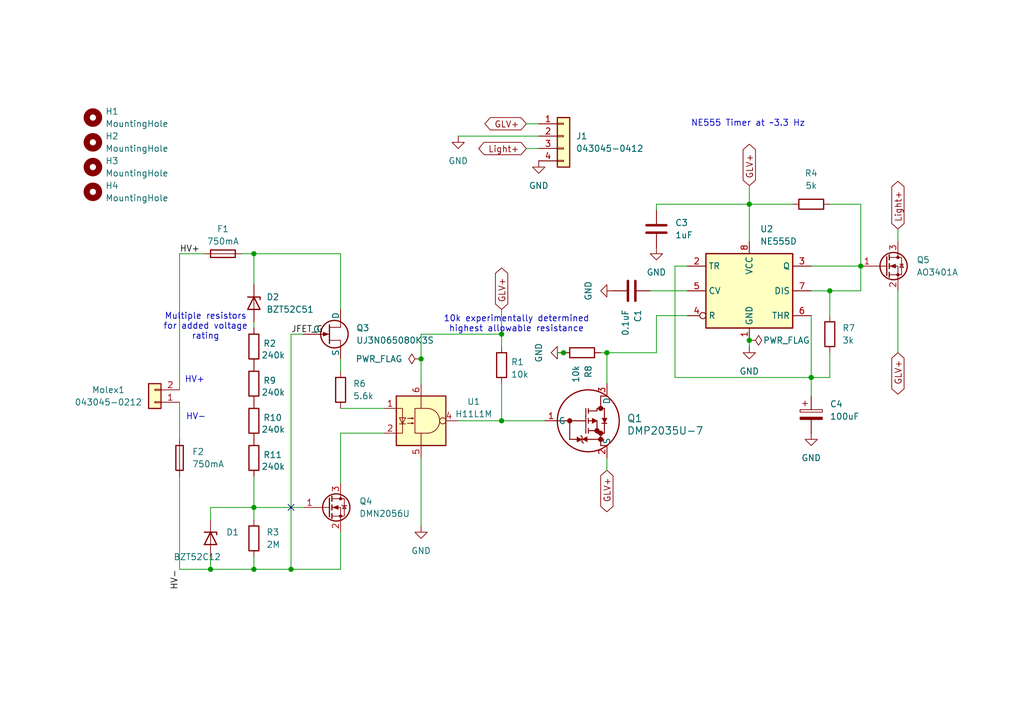
<source format=kicad_sch>
(kicad_sch (version 20250114) (generator "eeschema") (generator_version "9.0")
  (paper "A5")
  (lib_symbols
    (symbol "Connector_Generic:Conn_01x02" (pin_names (offset 1.016) (hide yes))
      (property "Reference" "J" (at 0 2.54 0))
      (property "Value" "Conn_01x02" (at 0 -5.08 0))
      (symbol "Conn_01x02_1_1"
        (rectangle (start -1.27 1.27) (end 1.27 -3.81) (stroke (width 0.254)) (fill (type background)))
        (rectangle (start -1.27 0.127) (end 0 -0.127) (stroke (width 0.1524)))
        (rectangle (start -1.27 -2.413) (end 0 -2.667) (stroke (width 0.1524)))
        (pin passive line (at -5.08 0 0) (length 3.81) (name "Pin_1") (number "1"))
        (pin passive line (at -5.08 -2.54 0) (length 3.81) (name "Pin_2") (number "2"))
      )
    )
    (symbol "Connector_Generic:Conn_01x04" (pin_names (offset 1.016) (hide yes))
      (property "Reference" "J" (at 0 5.08 0))
      (property "Value" "Conn_01x04" (at 0 -7.62 0))
      (symbol "Conn_01x04_1_1"
        (rectangle (start -1.27 3.81) (end 1.27 -6.35) (stroke (width 0.254)) (fill (type background)))
        (rectangle (start -1.27 2.667) (end 0 2.413) (stroke (width 0.1524)))
        (rectangle (start -1.27 0.127) (end 0 -0.127) (stroke (width 0.1524)))
        (rectangle (start -1.27 -2.413) (end 0 -2.667) (stroke (width 0.1524)))
        (rectangle (start -1.27 -4.953) (end 0 -5.207) (stroke (width 0.1524)))
        (pin passive line (at -5.08 2.54 0) (length 3.81) (name "Pin_1") (number "1"))
        (pin passive line (at -5.08 0 0) (length 3.81) (name "Pin_2") (number "2"))
        (pin passive line (at -5.08 -2.54 0) (length 3.81) (name "Pin_3") (number "3"))
        (pin passive line (at -5.08 -5.08 0) (length 3.81) (name "Pin_4") (number "4"))
      )
    )
    (symbol "Device:C" (pin_numbers (hide yes)) (pin_names (offset 0.254))
      (property "Reference" "C" (at 0.635 2.54 0))
      (property "Value" "C" (at 0.635 -2.54 0))
      (symbol "C_0_1"
        (polyline (pts (xy -2.032 0.762) (xy 2.032 0.762)) (stroke (width 0.508)))
        (polyline (pts (xy -2.032 -0.762) (xy 2.032 -0.762)) (stroke (width 0.508)))
      )
      (symbol "C_1_1"
        (pin passive line (at 0 3.81 270) (length 2.794) (name "~") (number "1"))
        (pin passive line (at 0 -3.81 90) (length 2.794) (name "~") (number "2"))
      )
    )
    (symbol "Device:C_Polarized" (pin_numbers (hide yes)) (pin_names (offset 0.254))
      (property "Reference" "C" (at 0.635 2.54 0))
      (property "Value" "C_Polarized" (at 0.635 -2.54 0))
      (symbol "C_Polarized_0_1"
        (rectangle (start -2.286 0.508) (end 2.286 1.016))
        (polyline (pts (xy -1.778 2.286) (xy -0.762 2.286)))
        (polyline (pts (xy -1.27 2.794) (xy -1.27 1.778)))
        (rectangle (start 2.286 -0.508) (end -2.286 -1.016) (fill (type outline)))
      )
      (symbol "C_Polarized_1_1"
        (pin passive line (at 0 3.81 270) (length 2.794) (name "~") (number "1"))
        (pin passive line (at 0 -3.81 90) (length 2.794) (name "~") (number "2"))
      )
    )
    (symbol "Device:D_Zener" (pin_numbers (hide yes)) (pin_names (offset 1.016) (hide yes))
      (property "Reference" "D" (at 0 2.54 0))
      (property "Value" "D_Zener" (at 0 -2.54 0))
      (symbol "D_Zener_0_1"
        (polyline (pts (xy -1.27 -1.27) (xy -1.27 1.27) (xy -0.762 1.27)) (stroke (width 0.254)))
        (polyline (pts (xy 1.27 0) (xy -1.27 0)))
        (polyline (pts (xy 1.27 -1.27) (xy 1.27 1.27) (xy -1.27 0) (xy 1.27 -1.27)) (stroke (width 0.254)))
      )
      (symbol "D_Zener_1_1"
        (pin passive line (at -3.81 0 0) (length 2.54) (name "K") (number "1"))
        (pin passive line (at 3.81 0 180) (length 2.54) (name "A") (number "2"))
      )
    )
    (symbol "Device:Fuse" (pin_numbers (hide yes)) (pin_names (offset 0))
      (property "Reference" "F" (at 2.032 0 90))
      (property "Value" "Fuse" (at -1.905 0 90))
      (symbol "Fuse_0_1"
        (rectangle (start -0.762 -2.54) (end 0.762 2.54) (stroke (width 0.254)))
        (polyline (pts (xy 0 2.54) (xy 0 -2.54)))
      )
      (symbol "Fuse_1_1"
        (pin passive line (at 0 3.81 270) (length 1.27) (name "~") (number "1"))
        (pin passive line (at 0 -3.81 90) (length 1.27) (name "~") (number "2"))
      )
    )
    (symbol "Device:R" (pin_numbers (hide yes)) (pin_names (offset 0))
      (property "Reference" "R" (at 2.032 0 90))
      (property "Value" "R" (at 0 0 90))
      (symbol "R_0_1"
        (rectangle (start -1.016 -2.54) (end 1.016 2.54) (stroke (width 0.254)))
      )
      (symbol "R_1_1"
        (pin passive line (at 0 3.81 270) (length 1.27) (name "~") (number "1"))
        (pin passive line (at 0 -3.81 90) (length 1.27) (name "~") (number "2"))
      )
    )
    (symbol "Diode:BZT52Bxx" (pin_numbers (hide yes)) (pin_names (hide yes))
      (property "Reference" "D" (at 0 2.54 0))
      (property "Value" "BZT52Bxx" (at 0 -2.54 0))
      (symbol "BZT52Bxx_0_1"
        (polyline (pts (xy -1.27 -1.27) (xy -1.27 1.27) (xy -0.762 1.27)) (stroke (width 0.254)))
        (polyline (pts (xy 1.27 0) (xy -1.27 0)))
        (polyline (pts (xy 1.27 -1.27) (xy 1.27 1.27) (xy -1.27 0) (xy 1.27 -1.27)) (stroke (width 0.254)))
      )
      (symbol "BZT52Bxx_1_1"
        (pin passive line (at -3.81 0 0) (length 2.54) (name "K") (number "1"))
        (pin passive line (at 3.81 0 180) (length 2.54) (name "A") (number "2"))
      )
    )
    (symbol "Isolator:H11L1" (pin_names (offset 1.016))
      (property "Reference" "U" (at 1.27 8.89 0))
      (property "Value" "H11L1" (at 1.27 6.35 0))
      (symbol "H11L1_0_1"
        (rectangle (start -5.08 5.08) (end 5.08 -5.08) (stroke (width 0.254)) (fill (type background)))
        (polyline (pts (xy -5.08 -2.54) (xy -3.81 -2.54) (xy -3.81 2.54) (xy -5.08 2.54)))
        (polyline (pts (xy -4.445 -0.635) (xy -3.175 -0.635)))
        (polyline (pts (xy -3.81 -0.635) (xy -4.445 0.635) (xy -3.175 0.635) (xy -3.81 -0.635)))
        (polyline (pts (xy -2.794 0.508) (xy -1.524 0.508) (xy -1.905 0.381) (xy -1.905 0.635) (xy -1.524 0.508)))
        (polyline (pts (xy -2.794 -0.508) (xy -1.524 -0.508) (xy -1.905 -0.635) (xy -1.905 -0.381) (xy -1.524 -0.508)))
        (polyline (pts (xy 0 2.54) (xy 0 5.08)))
        (polyline (pts (xy 0 -2.54) (xy 0 -5.08) (xy 0 -3.81)))
        (arc (start 1.27 2.54) (mid 3.799 0) (end 1.27 -2.54))
        (polyline (pts (xy 1.27 -2.54) (xy -1.27 -2.54) (xy -1.27 2.54) (xy 1.27 2.54)))
      )
      (symbol "H11L1_1_1"
        (pin passive line (at -7.62 2.54 0) (length 2.54) (name "~") (number "1"))
        (pin passive line (at -7.62 -2.54 0) (length 2.54) (name "~") (number "2"))
        (pin no_connect line (at -5.08 0 0) (length 2.54) (hide yes) (name "~") (number "3"))
        (pin power_in line (at 0 7.62 270) (length 2.54) (name "~") (number "6"))
        (pin power_in line (at 0 -7.62 90) (length 2.54) (name "~") (number "5"))
        (pin output inverted (at 7.62 0 180) (length 3.81) (name "~") (number "4"))
      )
    )
    (symbol "Mechanical:MountingHole" (pin_names (offset 1.016)) (exclude_from_sim yes) (in_bom no)
      (property "Reference" "H" (at 0 5.08 0))
      (property "Value" "MountingHole" (at 0 3.175 0))
      (symbol "MountingHole_0_1"
        (circle (center 0 0) (radius 1.27) (stroke (width 1.27)))
      )
    )
    (symbol "Simulation_SPICE:NJFET" (pin_numbers (hide yes)) (pin_names (offset 0))
      (property "Reference" "Q3" (at 5.715 1.27 0))
      (property "Value" "UJ3N120035K3S" (at 5.715 -1.27 0))
      (symbol "NJFET_0_1"
        (polyline (pts (xy 0 0) (xy -1.016 0.381) (xy -1.016 -0.381) (xy 0 0)) (fill (type outline)))
        (polyline (pts (xy 0.254 1.905) (xy 0.254 -1.905) (xy 0.254 -1.905)) (stroke (width 0.254)))
        (circle (center 1.27 0) (radius 2.8194) (stroke (width 0.254)))
        (polyline (pts (xy 2.54 2.54) (xy 2.54 1.397) (xy 0.254 1.397)))
        (polyline (pts (xy 2.54 -2.54) (xy 2.54 -1.27) (xy 0.254 -1.27)))
      )
      (symbol "NJFET_1_1"
        (pin input line (at -5.08 0 0) (length 5.334) (name "G") (number "1"))
        (pin passive line (at 2.54 5.08 270) (length 2.54) (name "D") (number "2"))
        (pin passive line (at 2.54 -5.08 90) (length 2.54) (name "S") (number "3"))
      )
    )
    (symbol "Timer:NE555D"
      (property "Reference" "U" (at -10.16 8.89 0))
      (property "Value" "NE555D" (at 2.54 8.89 0))
      (symbol "NE555D_0_0"
        (pin power_in line (at 0 10.16 270) (length 2.54) (name "VCC") (number "8"))
        (pin power_in line (at 0 -10.16 90) (length 2.54) (name "GND") (number "1"))
      )
      (symbol "NE555D_0_1"
        (rectangle (start -8.89 -7.62) (end 8.89 7.62) (stroke (width 0.254)) (fill (type background)))
        (rectangle (start -8.89 -7.62) (end 8.89 7.62) (stroke (width 0.254)) (fill (type background)))
      )
      (symbol "NE555D_1_1"
        (pin input line (at -12.7 5.08 0) (length 3.81) (name "TR") (number "2"))
        (pin input line (at -12.7 0 0) (length 3.81) (name "CV") (number "5"))
        (pin input inverted (at -12.7 -5.08 0) (length 3.81) (name "R") (number "4"))
        (pin output line (at 12.7 5.08 180) (length 3.81) (name "Q") (number "3"))
        (pin input line (at 12.7 0 180) (length 3.81) (name "DIS") (number "7"))
        (pin input line (at 12.7 -5.08 180) (length 3.81) (name "THR") (number "6"))
      )
    )
    (symbol "Transistor_FET:AO3400A" (pin_names (offset 0) (hide yes))
      (property "Reference" "Q" (at 5.08 1.905 0))
      (property "Value" "AO3400A" (at 5.08 0 0))
      (symbol "AO3400A_0_1"
        (polyline (pts (xy 0.254 1.905) (xy 0.254 -1.905)) (stroke (width 0.254)))
        (polyline (pts (xy 0.254 0) (xy -2.54 0)))
        (polyline (pts (xy 0.762 2.286) (xy 0.762 1.27)) (stroke (width 0.254)))
        (polyline (pts (xy 0.762 0.508) (xy 0.762 -0.508)) (stroke (width 0.254)))
        (polyline (pts (xy 0.762 -1.27) (xy 0.762 -2.286)) (stroke (width 0.254)))
        (polyline (pts (xy 0.762 -1.778) (xy 3.302 -1.778) (xy 3.302 1.778) (xy 0.762 1.778)))
        (polyline (pts (xy 1.016 0) (xy 2.032 0.381) (xy 2.032 -0.381) (xy 1.016 0)) (fill (type outline)))
        (circle (center 1.651 0) (radius 2.794) (stroke (width 0.254)))
        (polyline (pts (xy 2.54 2.54) (xy 2.54 1.778)))
        (circle (center 2.54 1.778) (radius 0.254) (fill (type outline)))
        (circle (center 2.54 -1.778) (radius 0.254) (fill (type outline)))
        (polyline (pts (xy 2.54 -2.54) (xy 2.54 0) (xy 0.762 0)))
        (polyline (pts (xy 2.921 0.381) (xy 3.683 0.381)))
        (polyline (pts (xy 3.302 0.381) (xy 2.921 -0.254) (xy 3.683 -0.254) (xy 3.302 0.381)))
      )
      (symbol "AO3400A_1_1"
        (pin input line (at -5.08 0 0) (length 2.54) (name "G") (number "1"))
        (pin passive line (at 2.54 5.08 270) (length 2.54) (name "D") (number "3"))
        (pin passive line (at 2.54 -5.08 90) (length 2.54) (name "S") (number "2"))
      )
    )
    (symbol "Transistor_FET:DMN2056U" (pin_names (hide yes))
      (property "Reference" "Q" (at 5.08 1.905 0))
      (property "Value" "DMN2056U" (at 5.08 0 0))
      (symbol "DMN2056U_0_1"
        (polyline (pts (xy 0.254 1.905) (xy 0.254 -1.905)) (stroke (width 0.254)))
        (polyline (pts (xy 0.254 0) (xy -2.54 0)))
        (polyline (pts (xy 0.762 2.286) (xy 0.762 1.27)) (stroke (width 0.254)))
        (polyline (pts (xy 0.762 0.508) (xy 0.762 -0.508)) (stroke (width 0.254)))
        (polyline (pts (xy 0.762 -1.27) (xy 0.762 -2.286)) (stroke (width 0.254)))
        (polyline (pts (xy 0.762 -1.778) (xy 3.302 -1.778) (xy 3.302 1.778) (xy 0.762 1.778)))
        (polyline (pts (xy 1.016 0) (xy 2.032 0.381) (xy 2.032 -0.381) (xy 1.016 0)) (fill (type outline)))
        (circle (center 1.651 0) (radius 2.794) (stroke (width 0.254)))
        (polyline (pts (xy 2.54 2.54) (xy 2.54 1.778)))
        (circle (center 2.54 1.778) (radius 0.254) (fill (type outline)))
        (circle (center 2.54 -1.778) (radius 0.254) (fill (type outline)))
        (polyline (pts (xy 2.54 -2.54) (xy 2.54 0) (xy 0.762 0)))
        (polyline (pts (xy 2.794 0.508) (xy 2.921 0.381) (xy 3.683 0.381) (xy 3.81 0.254)))
        (polyline (pts (xy 3.302 0.381) (xy 2.921 -0.254) (xy 3.683 -0.254) (xy 3.302 0.381)))
      )
      (symbol "DMN2056U_1_1"
        (pin input line (at -5.08 0 0) (length 2.54) (name "G") (number "1"))
        (pin passive line (at 2.54 5.08 270) (length 2.54) (name "D") (number "3"))
        (pin passive line (at 2.54 -5.08 90) (length 2.54) (name "S") (number "2"))
      )
    )
    (symbol "Transistor_FET:DMP2035U-7" (pin_names (offset 0.254))
      (property "Reference" "MOSFET" (at 16.51 1.27 0))
      (property "Value" "DMP2035U-7" (at 16.51 -1.27 0))
      (symbol "DMP2035U-7_0_1"
        (polyline (pts (xy 2.54 0) (xy 8.382 0)) (stroke (width 0.2032)))
        (circle (center 5.08 0) (radius 0.0254) (stroke (width 0.508)))
        (polyline (pts (xy 5.08 -3.81) (xy 5.08 0)) (stroke (width 0.2032)))
        (polyline (pts (xy 5.08 -3.81) (xy 6.604 -3.81)) (stroke (width 0.2032)))
        (polyline (pts (xy 6.604 -3.302) (xy 6.604 -4.318) (xy 7.62 -3.81)) (fill (type outline)))
        (polyline (pts (xy 7.366 -3.048) (xy 7.62 -3.302)) (stroke (width 0.2032)))
        (polyline (pts (xy 7.62 -3.302) (xy 7.62 -4.318)) (stroke (width 0.2032)))
        (polyline (pts (xy 7.62 -4.318) (xy 7.874 -4.572)) (stroke (width 0.2032)))
        (polyline (pts (xy 8.382 -2.54) (xy 8.382 2.54)) (stroke (width 0.2032)))
        (polyline (pts (xy 8.636 -3.81) (xy 11.43 -3.81)) (stroke (width 0.2032)))
        (polyline (pts (xy 8.636 -4.318) (xy 8.636 -3.302) (xy 7.62 -3.81)) (fill (type outline)))
        (polyline (pts (xy 8.89 2.032) (xy 10.668 2.032)) (stroke (width 0.2032)))
        (polyline (pts (xy 8.89 1.524) (xy 8.89 2.54)) (stroke (width 0.2032)))
        (polyline (pts (xy 8.89 0) (xy 10.668 0)) (stroke (width 0.2032)))
        (circle (center 8.89 0) (radius 6.35) (stroke (width 0.254)))
        (polyline (pts (xy 8.89 -0.508) (xy 8.89 0.508)) (stroke (width 0.2032)))
        (polyline (pts (xy 8.89 -2.032) (xy 10.668 -2.032)) (stroke (width 0.2032)))
        (polyline (pts (xy 8.89 -2.54) (xy 8.89 -1.524)) (stroke (width 0.2032)))
        (polyline (pts (xy 9.652 0.508) (xy 10.668 0) (xy 9.652 -0.508)) (fill (type outline)))
        (polyline (pts (xy 10.668 2.54) (xy 12.192 2.54)) (stroke (width 0.2032)))
        (polyline (pts (xy 10.668 2.032) (xy 10.668 2.54)) (stroke (width 0.2032)))
        (circle (center 10.668 -2.032) (radius 0.0254) (stroke (width 0.508)))
        (polyline (pts (xy 10.668 -2.54) (xy 10.668 0)) (stroke (width 0.2032)))
        (polyline (pts (xy 10.668 -2.54) (xy 12.192 -2.54)) (stroke (width 0.2032)))
        (polyline (pts (xy 11.43 5.08) (xy 11.43 2.54)) (stroke (width 0.2032)))
        (polyline (pts (xy 11.43 5.08) (xy 12.7 5.08)) (stroke (width 0.2032)))
        (circle (center 11.43 2.54) (radius 0.0254) (stroke (width 0.508)))
        (circle (center 11.43 -2.54) (radius 0.0254) (stroke (width 0.508)))
        (circle (center 11.43 -3.81) (radius 0.0254) (stroke (width 0.508)))
        (polyline (pts (xy 11.43 -5.08) (xy 11.43 -2.54)) (stroke (width 0.2032)))
        (polyline (pts (xy 11.43 -5.08) (xy 12.7 -5.08)) (stroke (width 0.2032)))
        (polyline (pts (xy 11.684 0.508) (xy 12.7 0.508) (xy 12.192 -0.508)) (fill (type outline)))
        (polyline (pts (xy 11.684 -0.508) (xy 12.7 -0.508)) (stroke (width 0.2032)))
        (polyline (pts (xy 12.192 -2.54) (xy 12.192 2.54)) (stroke (width 0.2032)))
        (pin unspecified line (at 0 0 0) (length 2.54) (name "G") (number "1"))
        (pin unspecified line (at 12.7 7.62 270) (length 2.54) (name "D") (number "3"))
        (pin unspecified line (at 12.7 -7.62 90) (length 2.54) (name "S") (number "2"))
      )
    )
    (symbol "power:GND" (power) (pin_numbers (hide yes)) (pin_names (offset 0) (hide yes))
      (property "Value" "GND" (at 0 -3.81 0))
      (symbol "GND_0_1"
        (polyline (pts (xy 0 0) (xy 0 -1.27) (xy 1.27 -1.27) (xy 0 -2.54) (xy -1.27 -1.27) (xy 0 -1.27)))
      )
      (symbol "GND_1_1"
        (pin power_in line (at 0 0 270) (length 0) (name "~") (number "1"))
      )
    )
    (symbol "power:PWR_FLAG" (power) (pin_numbers (hide yes)) (pin_names (offset 0) (hide yes))
      (property "Value" "PWR_FLAG" (at 0 3.81 0))
      (symbol "PWR_FLAG_0_0"
        (pin power_out line (at 0 0 90) (length 0) (name "~") (number "1"))
      )
      (symbol "PWR_FLAG_0_1"
        (polyline (pts (xy 0 0) (xy 0 1.27) (xy -1.016 1.905) (xy 0 2.54) (xy 1.016 1.905) (xy 0 1.27)))
      )
    )
  )
  (text "NE555 Timer at ~3.3 Hz" (at 153.416 25.4 0) (effects (font (size 1.27 1.27))))
  (text "Multiple resistors\nfor added voltage\nrating" (at 42.164 67.056 0) (effects (font (size 1.27 1.27))))
  (text "10k experimentally determined\nhighest allowable resistance" (at 105.918 66.548 0) (effects (font (size 1.27 1.27))))
  (text "HV+" (at 37.846 78.74 0) (effects (font (size 1.27 1.27)) (justify left bottom)))
  (text "HV-" (at 38.1 86.36 0) (effects (font (size 1.27 1.27)) (justify left bottom)))
  (junction (at 86.36 73.66))
  (junction (at 124.46 72.39))
  (junction (at 176.53 54.61))
  (junction (at 52.07 116.84))
  (junction (at 52.07 52.07))
  (junction (at 166.37 77.47))
  (junction (at 52.07 104.14))
  (junction (at 153.67 41.91))
  (junction (at 59.69 116.84))
  (junction (at 170.18 59.69))
  (junction (at 102.87 68.58))
  (junction (at 102.87 86.36))
  (junction (at 153.67 69.85))
  (junction (at 115.57 72.39))
  (junction (at 43.18 116.84))
  (no_connect (at 59.69 104.14))
  (wire (pts (xy 138.43 77.47) (xy 138.43 54.61)))
  (wire (pts (xy 133.35 59.69) (xy 140.97 59.69)))
  (wire (pts (xy 78.74 88.9) (xy 69.85 88.9)))
  (wire (pts (xy 134.62 41.91) (xy 134.62 43.18)))
  (wire (pts (xy 59.69 68.58) (xy 59.69 116.84)))
  (wire (pts (xy 52.07 52.07) (xy 52.07 58.42)))
  (wire (pts (xy 124.46 72.39) (xy 134.62 72.39)))
  (wire (pts (xy 184.15 59.69) (xy 184.15 72.39)))
  (wire (pts (xy 107.95 25.4) (xy 110.49 25.4)))
  (wire (pts (xy 69.85 109.22) (xy 69.85 116.84)))
  (wire (pts (xy 69.85 52.07) (xy 69.85 63.5)))
  (wire (pts (xy 36.83 97.79) (xy 36.83 116.84)))
  (wire (pts (xy 59.69 116.84) (xy 69.85 116.84)))
  (wire (pts (xy 69.85 88.9) (xy 69.85 99.06)))
  (wire (pts (xy 107.95 30.48) (xy 110.49 30.48)))
  (wire (pts (xy 86.36 93.98) (xy 86.36 107.95)))
  (wire (pts (xy 134.62 41.91) (xy 153.67 41.91)))
  (wire (pts (xy 124.46 96.52) (xy 124.46 93.98)))
  (wire (pts (xy 52.07 52.07) (xy 69.85 52.07)))
  (wire (pts (xy 170.18 77.47) (xy 166.37 77.47)))
  (wire (pts (xy 153.67 38.1) (xy 153.67 41.91)))
  (wire (pts (xy 36.83 52.07) (xy 36.83 80.01)))
  (wire (pts (xy 52.07 104.14) (xy 52.07 97.79)))
  (wire (pts (xy 124.46 72.39) (xy 124.46 78.74)))
  (wire (pts (xy 170.18 59.69) (xy 176.53 59.69)))
  (wire (pts (xy 166.37 54.61) (xy 176.53 54.61)))
  (wire (pts (xy 43.18 116.84) (xy 52.07 116.84)))
  (wire (pts (xy 134.62 64.77) (xy 134.62 72.39)))
  (wire (pts (xy 134.62 64.77) (xy 140.97 64.77)))
  (wire (pts (xy 52.07 116.84) (xy 59.69 116.84)))
  (wire (pts (xy 93.98 86.36) (xy 102.87 86.36)))
  (wire (pts (xy 138.43 54.61) (xy 140.97 54.61)))
  (wire (pts (xy 184.15 46.99) (xy 184.15 49.53)))
  (wire (pts (xy 102.87 86.36) (xy 111.76 86.36)))
  (wire (pts (xy 43.18 104.14) (xy 52.07 104.14)))
  (wire (pts (xy 43.18 116.84) (xy 43.18 114.3)))
  (wire (pts (xy 36.83 116.84) (xy 43.18 116.84)))
  (wire (pts (xy 36.83 52.07) (xy 41.91 52.07)))
  (wire (pts (xy 78.74 83.82) (xy 69.85 83.82)))
  (wire (pts (xy 69.85 73.66) (xy 69.85 76.2)))
  (wire (pts (xy 176.53 41.91) (xy 176.53 54.61)))
  (wire (pts (xy 86.36 68.58) (xy 102.87 68.58)))
  (wire (pts (xy 176.53 54.61) (xy 176.53 59.69)))
  (wire (pts (xy 166.37 64.77) (xy 166.37 77.47)))
  (wire (pts (xy 170.18 41.91) (xy 176.53 41.91)))
  (wire (pts (xy 166.37 77.47) (xy 138.43 77.47)))
  (wire (pts (xy 114.3 72.39) (xy 115.57 72.39)))
  (wire (pts (xy 153.67 71.12) (xy 153.67 69.85)))
  (wire (pts (xy 43.18 104.14) (xy 43.18 106.68)))
  (wire (pts (xy 102.87 63.5) (xy 102.87 68.58)))
  (wire (pts (xy 52.07 116.84) (xy 52.07 114.3)))
  (wire (pts (xy 52.07 104.14) (xy 62.23 104.14)))
  (wire (pts (xy 52.07 104.14) (xy 52.07 106.68)))
  (wire (pts (xy 153.67 41.91) (xy 153.67 49.53)))
  (wire (pts (xy 36.83 82.55) (xy 36.83 90.17)))
  (wire (pts (xy 49.53 52.07) (xy 52.07 52.07)))
  (wire (pts (xy 153.67 41.91) (xy 162.56 41.91)))
  (wire (pts (xy 93.98 27.94) (xy 110.49 27.94)))
  (wire (pts (xy 86.36 78.74) (xy 86.36 73.66)))
  (wire (pts (xy 123.19 72.39) (xy 124.46 72.39)))
  (wire (pts (xy 170.18 59.69) (xy 170.18 64.77)))
  (wire (pts (xy 52.07 66.04) (xy 52.07 67.31)))
  (wire (pts (xy 166.37 59.69) (xy 170.18 59.69)))
  (wire (pts (xy 102.87 86.36) (xy 102.87 78.74)))
  (wire (pts (xy 166.37 77.47) (xy 166.37 81.28)))
  (wire (pts (xy 102.87 68.58) (xy 102.87 71.12)))
  (wire (pts (xy 86.36 73.66) (xy 86.36 68.58)))
  (wire (pts (xy 59.69 68.58) (xy 62.23 68.58)))
  (wire (pts (xy 170.18 72.39) (xy 170.18 77.47)))
  (label "JFET_G" (at 59.69 68.58 0))
  (label "HV+" (at 36.83 52.07 0))
  (label "HV-" (at 36.83 116.84 270))
  (global_label "GLV+" (shape bidirectional) (at 124.46 96.52 270) (property "Intersheetrefs" "${INTERSHEET_REFS}" (effects (hide yes))))
  (global_label "Light+" (shape bidirectional) (at 184.15 46.99 90) (property "Intersheetrefs" "${INTERSHEET_REFS}" (effects (hide yes))))
  (global_label "GLV+" (shape bidirectional) (at 184.15 72.39 270) (property "Intersheetrefs" "${INTERSHEET_REFS}" (effects (hide yes))))
  (global_label "GLV+" (shape bidirectional) (at 102.87 63.5 90) (property "Intersheetrefs" "${INTERSHEET_REFS}" (effects (hide yes))))
  (global_label "GLV+" (shape bidirectional) (at 107.95 25.4 180) (property "Intersheetrefs" "${INTERSHEET_REFS}" (effects (hide yes))))
  (global_label "Light+" (shape bidirectional) (at 107.95 30.48 180) (property "Intersheetrefs" "${INTERSHEET_REFS}" (effects (hide yes))))
  (global_label "GLV+" (shape bidirectional) (at 153.67 38.1 90) (property "Intersheetrefs" "${INTERSHEET_REFS}" (effects (hide yes))))
  (symbol (lib_id "Device:C") (at 129.54 59.69 90) (unit 1)
    (property "Reference" "C1" (at 130.8101 63.5 0) (effects (justify right)))
    (property "Value" "0.1uF" (at 128.2701 63.5 0) (effects (justify right)))
    (property "Footprint" "Capacitor_SMD:C_0805_2012Metric_Pad1.18x1.45mm_HandSolder" (effects (hide yes)))
    (property "Description" "Unpolarized capacitor" (effects (hide yes)))
  )
  (symbol (lib_id "power:GND") (at 86.36 107.95 0) (unit 1)
    (property "Reference" "#PWR04" (effects (hide yes)))
    (property "Value" "GND" (at 86.36 113.03 0))
    (property "Description" "Power symbol creates a global label with name \"GND\" , ground" (effects (hide yes)))
  )
  (symbol (lib_id "Transistor_FET:AO3400A") (at 181.61 54.61 0) (unit 1)
    (property "Reference" "Q5" (at 187.96 53.3399 0) (effects (justify left)))
    (property "Value" "AO3401A" (at 187.96 55.8799 0) (effects (justify left)))
    (property "Footprint" "Package_TO_SOT_SMD:SOT-23" (effects (hide yes)))
    (property "Datasheet" "http://www.aosmd.com/pdfs/datasheet/AO3400A.pdf" (effects (hide yes)))
    (property "Description" "30V Vds, 5.7A Id, N-Channel MOSFET, SOT-23" (effects (hide yes)))
  )
  (symbol (lib_id "power:GND") (at 115.57 72.39 270) (unit 1)
    (property "Reference" "#PWR05" (effects (hide yes)))
    (property "Value" "GND" (at 110.49 72.39 0))
    (property "Description" "Power symbol creates a global label with name \"GND\" , ground" (effects (hide yes)))
  )
  (symbol (lib_id "Transistor_FET:DMN2056U") (at 67.31 104.14 0) (unit 1)
    (property "Reference" "Q4" (at 73.66 102.8699 0) (effects (justify left)))
    (property "Value" "DMN2056U" (at 73.66 105.4099 0) (effects (justify left)))
    (property "Footprint" "Package_TO_SOT_SMD:SOT-23" (effects (hide yes)))
    (property "Datasheet" "http://www.diodes.com/assets/Datasheets/DMN2056U.pdf" (effects (hide yes)))
    (property "Description" "4A Id, 20V Vds, N-Channel MOSFET, SOT-23" (effects (hide yes)))
  )
  (symbol (lib_id "Device:R") (at 69.85 80.01 0) (unit 1)
    (property "Reference" "R6" (at 72.39 78.7399 0) (effects (justify left)))
    (property "Value" "5.6k" (at 72.39 81.2799 0) (effects (justify left)))
    (property "Footprint" "Resistor_SMD:R_0805_2012Metric_Pad1.20x1.40mm_HandSolder" (effects (hide yes)))
  )
  (symbol (lib_id "Transistor_FET:DMP2035U-7") (at 111.76 86.36 0) (unit 1)
    (property "Reference" "Q1" (at 128.524 85.852 0) (effects (font (size 1.524 1.524)) (justify left)))
    (property "Value" "DMP2035U-7" (at 128.524 88.392 0) (effects (font (size 1.524 1.524)) (justify left)))
    (property "Footprint" "SOT23_DIO" (effects (hide yes)))
    (property "Datasheet" "DMP2035U-7" (effects (hide yes)))
  )
  (symbol (lib_id "Device:R") (at 52.07 71.12 0) (unit 1)
    (property "Reference" "R2" (at 53.975 70.485 0) (effects (justify left)))
    (property "Value" "240k" (at 53.594 72.898 0) (effects (justify left)))
    (property "Footprint" "Resistor_SMD:R_0805_2012Metric_Pad1.20x1.40mm_HandSolder" (effects (hide yes)))
  )
  (symbol (lib_id "power:GND") (at 93.98 27.94 0) (mirror y) (unit 1)
    (property "Reference" "#PWR08" (effects (hide yes)))
    (property "Value" "GND" (at 93.98 33.02 0))
    (property "Description" "Power symbol creates a global label with name \"GND\" , ground" (effects (hide yes)))
  )
  (symbol (lib_id "Device:Fuse") (at 45.72 52.07 90) (unit 1)
    (property "Reference" "F1" (at 45.72 46.99 90))
    (property "Value" "750mA" (at 45.72 49.53 90))
    (property "Footprint" "Library:FUSE_BK_PCS" (effects (hide yes)))
  )
  (symbol (lib_id "Device:R") (at 52.07 78.74 0) (unit 1)
    (property "Reference" "R9" (at 53.975 78.105 0) (effects (justify left)))
    (property "Value" "240k" (at 53.594 80.518 0) (effects (justify left)))
    (property "Footprint" "Resistor_SMD:R_0805_2012Metric_Pad1.20x1.40mm_HandSolder" (effects (hide yes)))
  )
  (symbol (lib_id "power:GND") (at 125.73 59.69 270) (unit 1)
    (property "Reference" "#PWR03" (effects (hide yes)))
    (property "Value" "GND" (at 120.65 59.69 0))
    (property "Description" "Power symbol creates a global label with name \"GND\" , ground" (effects (hide yes)))
  )
  (symbol (lib_id "power:PWR_FLAG") (at 86.36 73.66 90) (unit 1)
    (property "Reference" "#FLG02" (effects (hide yes)))
    (property "Value" "PWR_FLAG" (at 82.55 73.6599 90) (effects (justify left)))
    (property "Description" "Special symbol for telling ERC where power comes from" (effects (hide yes)))
  )
  (symbol (lib_id "power:GND") (at 134.62 50.8 0) (unit 1)
    (property "Reference" "#PWR06" (effects (hide yes)))
    (property "Value" "GND" (at 134.62 55.88 0))
    (property "Description" "Power symbol creates a global label with name \"GND\" , ground" (effects (hide yes)))
  )
  (symbol (lib_id "Device:R") (at 166.37 41.91 90) (unit 1)
    (property "Reference" "R4" (at 166.37 35.56 90))
    (property "Value" "5k" (at 166.37 38.1 90))
    (property "Description" "Resistor" (effects (hide yes)))
  )
  (symbol (lib_id "Device:R") (at 52.07 93.98 0) (unit 1)
    (property "Reference" "R11" (at 53.975 93.345 0) (effects (justify left)))
    (property "Value" "240k" (at 53.594 95.758 0) (effects (justify left)))
    (property "Footprint" "Resistor_SMD:R_0805_2012Metric_Pad1.20x1.40mm_HandSolder" (effects (hide yes)))
  )
  (symbol (lib_id "Device:C") (at 134.62 46.99 180) (unit 1)
    (property "Reference" "C3" (at 138.43 45.7199 0) (effects (justify right)))
    (property "Value" "1uF" (at 138.43 48.2599 0) (effects (justify right)))
    (property "Footprint" "Capacitor_SMD:C_0805_2012Metric_Pad1.18x1.45mm_HandSolder" (effects (hide yes)))
    (property "Description" "Unpolarized capacitor" (effects (hide yes)))
  )
  (symbol (lib_id "power:PWR_FLAG") (at 153.67 69.85 270) (unit 1)
    (property "Reference" "#FLG01" (effects (hide yes)))
    (property "Value" "PWR_FLAG" (at 156.464 69.85 90) (effects (justify left)))
    (property "Description" "Special symbol for telling ERC where power comes from" (effects (hide yes)))
  )
  (symbol (lib_id "Simulation_SPICE:NJFET") (at 67.31 68.58 0) (unit 1)
    (property "Reference" "Q3" (at 73.025 67.31 0) (effects (justify left)))
    (property "Value" "UJ3N065080K3S" (at 73.025 69.85 0) (effects (justify left)))
    (property "Footprint" "Package_TO_SOT_THT:TO-247-3_Horizontal_TabDown" (effects (hide yes)))
    (property "Sim.Device" "NJFET" (effects (hide yes)))
    (property "Sim.Type" "SHICHMANHODGES" (effects (hide yes)))
    (property "Sim.Pins" "1=D 2=G 3=S" (effects (hide yes)))
  )
  (symbol (lib_id "Device:R") (at 52.07 86.36 0) (unit 1)
    (property "Reference" "R10" (at 53.975 85.725 0) (effects (justify left)))
    (property "Value" "240k" (at 53.594 88.138 0) (effects (justify left)))
    (property "Footprint" "Resistor_SMD:R_0805_2012Metric_Pad1.20x1.40mm_HandSolder" (effects (hide yes)))
  )
  (symbol (lib_id "Device:R") (at 52.07 110.49 0) (unit 1)
    (property "Reference" "R3" (at 54.61 109.2199 0) (effects (justify left)))
    (property "Value" "2M" (at 54.61 111.7599 0) (effects (justify left)))
    (property "Footprint" "Resistor_SMD:R_0805_2012Metric_Pad1.20x1.40mm_HandSolder" (effects (hide yes)))
  )
  (symbol (lib_id "Timer:NE555D") (at 153.67 59.69 0) (unit 1)
    (property "Reference" "U2" (at 155.8641 46.99 0) (effects (justify left)))
    (property "Value" "NE555D" (at 155.8641 49.53 0) (effects (justify left)))
    (property "Footprint" "Package_SO:SOIC-8_3.9x4.9mm_P1.27mm" (effects (hide yes)))
    (property "Datasheet" "http://www.ti.com/lit/ds/symlink/ne555.pdf" (effects (hide yes)))
    (property "Description" "Precision Timers, 555 compatible, SOIC-8" (effects (hide yes)))
  )
  (symbol (lib_id "Device:R") (at 119.38 72.39 90) (unit 1)
    (property "Reference" "R8" (at 120.6501 74.93 0) (effects (justify right)))
    (property "Value" "10k" (at 118.1101 74.93 0) (effects (justify right)))
    (property "Footprint" "Resistor_SMD:R_0805_2012Metric_Pad1.20x1.40mm_HandSolder" (effects (hide yes)))
    (property "Description" "Resistor" (effects (hide yes)))
  )
  (symbol (lib_id "Device:Fuse") (at 36.83 93.98 180) (unit 1)
    (property "Reference" "F2" (at 39.37 92.7099 0) (effects (justify right)))
    (property "Value" "750mA" (at 39.37 95.2499 0) (effects (justify right)))
    (property "Footprint" "Library:FUSE_BK_PCS" (effects (hide yes)))
  )
  (symbol (lib_id "Mechanical:MountingHole") (at 19.05 24.13 0) (unit 1) (exclude_from_sim yes) (in_bom no)
    (property "Reference" "H1" (at 21.59 22.8599 0) (effects (justify left)))
    (property "Value" "MountingHole" (at 21.59 25.3999 0) (effects (justify left)))
    (property "Footprint" "MountingHole:MountingHole_4.3mm_M4" (effects (hide yes)))
    (property "Description" "Mounting Hole without connection" (effects (hide yes)))
  )
  (symbol (lib_id "Isolator:H11L1") (at 86.36 86.36 0) (unit 1)
    (property "Reference" "U1" (at 97.155 82.4231 0))
    (property "Value" "H11L1M" (at 97.155 84.9631 0))
    (property "Footprint" "Package_DIP:DIP-6_W7.62mm" (effects (hide yes)))
    (property "Datasheet" "https://www.onsemi.com/pub/Collateral/H11L3M-D.PDF" (effects (hide yes)))
  )
  (symbol (lib_id "Mechanical:MountingHole") (at 19.05 34.29 0) (unit 1) (exclude_from_sim yes) (in_bom no)
    (property "Reference" "H3" (at 21.59 33.0199 0) (effects (justify left)))
    (property "Value" "MountingHole" (at 21.59 35.5599 0) (effects (justify left)))
    (property "Footprint" "MountingHole:MountingHole_4.3mm_M4" (effects (hide yes)))
    (property "Description" "Mounting Hole without connection" (effects (hide yes)))
  )
  (symbol (lib_id "Connector_Generic:Conn_01x04") (at 115.57 27.94 0) (unit 1)
    (property "Reference" "J1" (at 118.11 27.94 0) (effects (justify left)))
    (property "Value" "043045-0412" (at 118.11 30.48 0) (effects (justify left)))
    (property "Footprint" "Connector_Molex:Molex_Micro-Fit_3.0_43045-0412_2x02_P3.00mm_Vertical" (effects (hide yes)))
  )
  (symbol (lib_id "Mechanical:MountingHole") (at 19.05 39.37 0) (unit 1) (exclude_from_sim yes) (in_bom no)
    (property "Reference" "H4" (at 21.59 38.0999 0) (effects (justify left)))
    (property "Value" "MountingHole" (at 21.59 40.6399 0) (effects (justify left)))
    (property "Footprint" "MountingHole:MountingHole_4.3mm_M4" (effects (hide yes)))
    (property "Description" "Mounting Hole without connection" (effects (hide yes)))
  )
  (symbol (lib_id "power:GND") (at 166.37 88.9 0) (unit 1)
    (property "Reference" "#PWR02" (effects (hide yes)))
    (property "Value" "GND" (at 166.37 93.98 0))
    (property "Description" "Power symbol creates a global label with name \"GND\" , ground" (effects (hide yes)))
  )
  (symbol (lib_id "Connector_Generic:Conn_01x02") (at 31.75 82.55 180) (unit 1)
    (property "Reference" "Molex1" (at 22.225 80.01 0))
    (property "Value" "043045-0212" (at 22.225 82.55 0))
    (property "Footprint" "Connector_Molex:Molex_Micro-Fit_3.0_43045-0212_2x01_P3.00mm_Vertical" (effects (hide yes)))
  )
  (symbol (lib_id "Device:R") (at 170.18 68.58 180) (unit 1)
    (property "Reference" "R7" (at 172.72 67.3099 0) (effects (justify right)))
    (property "Value" "3k" (at 172.72 69.8499 0) (effects (justify right)))
    (property "Footprint" "Resistor_SMD:R_0805_2012Metric_Pad1.20x1.40mm_HandSolder" (effects (hide yes)))
    (property "Description" "Resistor" (effects (hide yes)))
  )
  (symbol (lib_id "Device:D_Zener") (at 43.18 110.49 270) (unit 1)
    (property "Reference" "D1" (at 46.355 109.22 90) (effects (justify left)))
    (property "Value" "BZT52C12" (at 35.56 114.3 90) (effects (justify left)))
    (property "Footprint" "Diode_SMD:D_SOD-123" (effects (hide yes)))
  )
  (symbol (lib_id "Diode:BZT52Bxx") (at 52.07 62.23 270) (unit 1)
    (property "Reference" "D2" (at 54.61 60.9599 90) (effects (justify left)))
    (property "Value" "BZT52C51" (at 54.61 63.4999 90) (effects (justify left)))
    (property "Footprint" "Diode_SMD:D_SOD-123F" (effects (hide yes)))
    (property "Datasheet" "https://diotec.com/tl_files/diotec/files/pdf/datasheets/bzt52b2v4.pdf" (effects (hide yes)))
    (property "Description" "500mW Zener Diode, SOD-123F" (effects (hide yes)))
  )
  (symbol (lib_id "power:GND") (at 110.49 33.02 0) (unit 1)
    (property "Reference" "#PWR07" (effects (hide yes)))
    (property "Value" "GND" (at 110.49 38.1 0))
    (property "Description" "Power symbol creates a global label with name \"GND\" , ground" (effects (hide yes)))
  )
  (symbol (lib_id "Mechanical:MountingHole") (at 19.05 29.21 0) (unit 1) (exclude_from_sim yes) (in_bom no)
    (property "Reference" "H2" (at 21.59 27.9399 0) (effects (justify left)))
    (property "Value" "MountingHole" (at 21.59 30.4799 0) (effects (justify left)))
    (property "Footprint" "MountingHole:MountingHole_4.3mm_M4" (effects (hide yes)))
    (property "Description" "Mounting Hole without connection" (effects (hide yes)))
  )
  (symbol (lib_id "power:GND") (at 153.67 71.12 0) (unit 1)
    (property "Reference" "#PWR01" (effects (hide yes)))
    (property "Value" "GND" (at 153.67 76.2 0))
    (property "Description" "Power symbol creates a global label with name \"GND\" , ground" (effects (hide yes)))
  )
  (symbol (lib_id "Device:C_Polarized") (at 166.37 85.09 0) (unit 1)
    (property "Reference" "C4" (at 170.18 82.9309 0) (effects (justify left)))
    (property "Value" "100uF" (at 170.18 85.4709 0) (effects (justify left)))
    (property "Footprint" "Capacitor_SMD:CP_Elec_6.3x5.4" (effects (hide yes)))
    (property "Description" "Polarized capacitor" (effects (hide yes)))
  )
  (symbol (lib_id "Device:R") (at 102.87 74.93 0) (unit 1)
    (property "Reference" "R1" (at 104.775 74.295 0) (effects (justify left)))
    (property "Value" "10k" (at 104.775 76.835 0) (effects (justify left)))
    (property "Footprint" "Resistor_SMD:R_0805_2012Metric_Pad1.20x1.40mm_HandSolder" (effects (hide yes)))
  )
)
</source>
